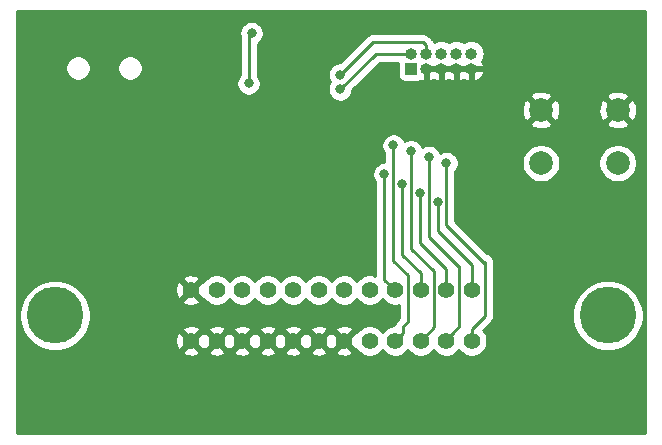
<source format=gbr>
G04 #@! TF.GenerationSoftware,KiCad,Pcbnew,(5.1.2-1)-1*
G04 #@! TF.CreationDate,2019-10-02T20:40:30+01:00*
G04 #@! TF.ProjectId,GPIB Serial Adapter,47504942-2053-4657-9269-616c20416461,rev?*
G04 #@! TF.SameCoordinates,Original*
G04 #@! TF.FileFunction,Copper,L2,Bot*
G04 #@! TF.FilePolarity,Positive*
%FSLAX46Y46*%
G04 Gerber Fmt 4.6, Leading zero omitted, Abs format (unit mm)*
G04 Created by KiCad (PCBNEW (5.1.2-1)-1) date 2019-10-02 20:40:30*
%MOMM*%
%LPD*%
G04 APERTURE LIST*
%ADD10C,2.000000*%
%ADD11R,1.000000X1.000000*%
%ADD12O,1.000000X1.000000*%
%ADD13C,1.390000*%
%ADD14C,4.800000*%
%ADD15C,0.800000*%
%ADD16C,0.254000*%
G04 APERTURE END LIST*
D10*
X124000000Y-9750000D03*
X124000000Y-14250000D03*
X117500000Y-9750000D03*
X117500000Y-14250000D03*
D11*
X106500000Y-6250000D03*
D12*
X106500000Y-4980000D03*
X107770000Y-6250000D03*
X107770000Y-4980000D03*
X109040000Y-6250000D03*
X109040000Y-4980000D03*
X110310000Y-6250000D03*
X110310000Y-4980000D03*
X111580000Y-6250000D03*
X111580000Y-4980000D03*
D13*
X111630000Y-25005000D03*
X111630000Y-29295000D03*
X109470000Y-25005000D03*
X109470000Y-29295000D03*
X107310000Y-25005000D03*
X107310000Y-29295000D03*
X105150000Y-25005000D03*
X105150000Y-29295000D03*
X102990000Y-25005000D03*
X102990000Y-29295000D03*
X100830000Y-25005000D03*
X100830000Y-29295000D03*
X98670000Y-25005000D03*
X98670000Y-29295000D03*
X96510000Y-25005000D03*
X96510000Y-29295000D03*
X94350000Y-25005000D03*
X94350000Y-29295000D03*
X92190000Y-25005000D03*
X92190000Y-29295000D03*
X90030000Y-25005000D03*
X90030000Y-29295000D03*
X87870000Y-25005000D03*
X87870000Y-29295000D03*
D14*
X76355000Y-27150000D03*
X123145000Y-27150000D03*
D15*
X108750000Y-17500000D03*
X107250000Y-16750000D03*
X105750000Y-16000000D03*
X104250000Y-15179410D03*
X80250000Y-19000000D03*
X79250000Y-19000000D03*
X78250000Y-19000000D03*
X94750000Y-17250000D03*
X97250000Y-17250000D03*
X100000000Y-13250000D03*
X99654000Y-5654000D03*
X109500000Y-14250000D03*
X108000000Y-13750000D03*
X106500000Y-13250000D03*
X105000000Y-12750000D03*
X100498000Y-7998000D03*
X100500000Y-6750000D03*
X93000000Y-3250000D03*
X92750000Y-7500000D03*
D16*
X108750000Y-20000000D02*
X108750000Y-17500000D01*
X111620000Y-22870000D02*
X108750000Y-20000000D01*
X111630000Y-22870000D02*
X111620000Y-22870000D01*
X111630000Y-25005000D02*
X111630000Y-22870000D01*
X107250000Y-21000000D02*
X107250000Y-16750000D01*
X109470000Y-23220000D02*
X107250000Y-21000000D01*
X109470000Y-25005000D02*
X109470000Y-23220000D01*
X107310000Y-23560000D02*
X105750000Y-22000000D01*
X107310000Y-25005000D02*
X107310000Y-23560000D01*
X105750000Y-22000000D02*
X105750000Y-16000000D01*
X104250000Y-15745095D02*
X104250000Y-15179410D01*
X105150000Y-25005000D02*
X104250000Y-24105000D01*
X104250000Y-24105000D02*
X104250000Y-15745095D01*
X111630000Y-28312122D02*
X112750000Y-27192122D01*
X111630000Y-29295000D02*
X111630000Y-28312122D01*
X112750000Y-22750000D02*
X112750000Y-22600000D01*
X112750000Y-27192122D02*
X112750000Y-22750000D01*
X109500000Y-19500000D02*
X112750000Y-22750000D01*
X109500000Y-14250000D02*
X109500000Y-19500000D01*
X108000000Y-20500000D02*
X108000000Y-13750000D01*
X110550000Y-23000000D02*
X110500000Y-23000000D01*
X110550000Y-28050000D02*
X110550000Y-23000000D01*
X110500000Y-23000000D02*
X108000000Y-20500000D01*
X109470000Y-29295000D02*
X110550000Y-28050000D01*
X107310000Y-29295000D02*
X108400000Y-28150000D01*
X106500000Y-21500000D02*
X106500000Y-13500000D01*
X106500000Y-21500000D02*
X108400000Y-23400000D01*
X108400000Y-28150000D02*
X108400000Y-23400000D01*
X105000000Y-17250000D02*
X105000000Y-12750000D01*
X105000000Y-22500000D02*
X105000000Y-17250000D01*
X106250000Y-23750000D02*
X105000000Y-22500000D01*
X106250000Y-27700000D02*
X106250000Y-23750000D01*
X105844999Y-28055001D02*
X106250000Y-27700000D01*
X105844999Y-28600001D02*
X105844999Y-28055001D01*
X105150000Y-29295000D02*
X105844999Y-28600001D01*
X103516000Y-4980000D02*
X100498000Y-7998000D01*
X106500000Y-4980000D02*
X103516000Y-4980000D01*
X107770000Y-4272894D02*
X107497106Y-4000000D01*
X107770000Y-4980000D02*
X107770000Y-4272894D01*
X103250000Y-4000000D02*
X100500000Y-6750000D01*
X107497106Y-4000000D02*
X103250000Y-4000000D01*
X92750000Y-3750000D02*
X92750000Y-7500000D01*
X93000000Y-3250000D02*
X92750000Y-3500000D01*
X92750000Y-3500000D02*
X92750000Y-3750000D01*
G36*
X126340000Y-37090000D02*
G01*
X73160000Y-37090000D01*
X73160000Y-30212695D01*
X87131910Y-30212695D01*
X87190763Y-30445955D01*
X87428355Y-30556352D01*
X87682919Y-30618276D01*
X87944672Y-30629347D01*
X88203556Y-30589140D01*
X88449621Y-30499200D01*
X88549237Y-30445955D01*
X88608090Y-30212695D01*
X89291910Y-30212695D01*
X89350763Y-30445955D01*
X89588355Y-30556352D01*
X89842919Y-30618276D01*
X90104672Y-30629347D01*
X90363556Y-30589140D01*
X90609621Y-30499200D01*
X90709237Y-30445955D01*
X90768090Y-30212695D01*
X91451910Y-30212695D01*
X91510763Y-30445955D01*
X91748355Y-30556352D01*
X92002919Y-30618276D01*
X92264672Y-30629347D01*
X92523556Y-30589140D01*
X92769621Y-30499200D01*
X92869237Y-30445955D01*
X92928090Y-30212695D01*
X93611910Y-30212695D01*
X93670763Y-30445955D01*
X93908355Y-30556352D01*
X94162919Y-30618276D01*
X94424672Y-30629347D01*
X94683556Y-30589140D01*
X94929621Y-30499200D01*
X95029237Y-30445955D01*
X95088090Y-30212695D01*
X95771910Y-30212695D01*
X95830763Y-30445955D01*
X96068355Y-30556352D01*
X96322919Y-30618276D01*
X96584672Y-30629347D01*
X96843556Y-30589140D01*
X97089621Y-30499200D01*
X97189237Y-30445955D01*
X97248090Y-30212695D01*
X97931910Y-30212695D01*
X97990763Y-30445955D01*
X98228355Y-30556352D01*
X98482919Y-30618276D01*
X98744672Y-30629347D01*
X99003556Y-30589140D01*
X99249621Y-30499200D01*
X99349237Y-30445955D01*
X99408090Y-30212695D01*
X100091910Y-30212695D01*
X100150763Y-30445955D01*
X100388355Y-30556352D01*
X100642919Y-30618276D01*
X100904672Y-30629347D01*
X101163556Y-30589140D01*
X101409621Y-30499200D01*
X101509237Y-30445955D01*
X101568090Y-30212695D01*
X100830000Y-29474605D01*
X100091910Y-30212695D01*
X99408090Y-30212695D01*
X98670000Y-29474605D01*
X97931910Y-30212695D01*
X97248090Y-30212695D01*
X96510000Y-29474605D01*
X95771910Y-30212695D01*
X95088090Y-30212695D01*
X94350000Y-29474605D01*
X93611910Y-30212695D01*
X92928090Y-30212695D01*
X92190000Y-29474605D01*
X91451910Y-30212695D01*
X90768090Y-30212695D01*
X90030000Y-29474605D01*
X89291910Y-30212695D01*
X88608090Y-30212695D01*
X87870000Y-29474605D01*
X87131910Y-30212695D01*
X73160000Y-30212695D01*
X73160000Y-26851079D01*
X73320000Y-26851079D01*
X73320000Y-27448921D01*
X73436633Y-28035277D01*
X73665418Y-28587612D01*
X73997562Y-29084700D01*
X74420300Y-29507438D01*
X74917388Y-29839582D01*
X75469723Y-30068367D01*
X76056079Y-30185000D01*
X76653921Y-30185000D01*
X77240277Y-30068367D01*
X77792612Y-29839582D01*
X78289700Y-29507438D01*
X78427466Y-29369672D01*
X86535653Y-29369672D01*
X86575860Y-29628556D01*
X86665800Y-29874621D01*
X86719045Y-29974237D01*
X86952305Y-30033090D01*
X87690395Y-29295000D01*
X88049605Y-29295000D01*
X88787695Y-30033090D01*
X88950000Y-29992139D01*
X89112305Y-30033090D01*
X89850395Y-29295000D01*
X90209605Y-29295000D01*
X90947695Y-30033090D01*
X91110000Y-29992139D01*
X91272305Y-30033090D01*
X92010395Y-29295000D01*
X92369605Y-29295000D01*
X93107695Y-30033090D01*
X93270000Y-29992139D01*
X93432305Y-30033090D01*
X94170395Y-29295000D01*
X94529605Y-29295000D01*
X95267695Y-30033090D01*
X95430000Y-29992139D01*
X95592305Y-30033090D01*
X96330395Y-29295000D01*
X96689605Y-29295000D01*
X97427695Y-30033090D01*
X97590000Y-29992139D01*
X97752305Y-30033090D01*
X98490395Y-29295000D01*
X98849605Y-29295000D01*
X99587695Y-30033090D01*
X99750000Y-29992139D01*
X99912305Y-30033090D01*
X100650395Y-29295000D01*
X99912305Y-28556910D01*
X99750000Y-28597861D01*
X99587695Y-28556910D01*
X98849605Y-29295000D01*
X98490395Y-29295000D01*
X97752305Y-28556910D01*
X97590000Y-28597861D01*
X97427695Y-28556910D01*
X96689605Y-29295000D01*
X96330395Y-29295000D01*
X95592305Y-28556910D01*
X95430000Y-28597861D01*
X95267695Y-28556910D01*
X94529605Y-29295000D01*
X94170395Y-29295000D01*
X93432305Y-28556910D01*
X93270000Y-28597861D01*
X93107695Y-28556910D01*
X92369605Y-29295000D01*
X92010395Y-29295000D01*
X91272305Y-28556910D01*
X91110000Y-28597861D01*
X90947695Y-28556910D01*
X90209605Y-29295000D01*
X89850395Y-29295000D01*
X89112305Y-28556910D01*
X88950000Y-28597861D01*
X88787695Y-28556910D01*
X88049605Y-29295000D01*
X87690395Y-29295000D01*
X86952305Y-28556910D01*
X86719045Y-28615763D01*
X86608648Y-28853355D01*
X86546724Y-29107919D01*
X86535653Y-29369672D01*
X78427466Y-29369672D01*
X78712438Y-29084700D01*
X79044582Y-28587612D01*
X79131694Y-28377305D01*
X87131910Y-28377305D01*
X87870000Y-29115395D01*
X88608090Y-28377305D01*
X89291910Y-28377305D01*
X90030000Y-29115395D01*
X90768090Y-28377305D01*
X91451910Y-28377305D01*
X92190000Y-29115395D01*
X92928090Y-28377305D01*
X93611910Y-28377305D01*
X94350000Y-29115395D01*
X95088090Y-28377305D01*
X95771910Y-28377305D01*
X96510000Y-29115395D01*
X97248090Y-28377305D01*
X97931910Y-28377305D01*
X98670000Y-29115395D01*
X99408090Y-28377305D01*
X100091910Y-28377305D01*
X100830000Y-29115395D01*
X101568090Y-28377305D01*
X101509237Y-28144045D01*
X101271645Y-28033648D01*
X101017081Y-27971724D01*
X100755328Y-27960653D01*
X100496444Y-28000860D01*
X100250379Y-28090800D01*
X100150763Y-28144045D01*
X100091910Y-28377305D01*
X99408090Y-28377305D01*
X99349237Y-28144045D01*
X99111645Y-28033648D01*
X98857081Y-27971724D01*
X98595328Y-27960653D01*
X98336444Y-28000860D01*
X98090379Y-28090800D01*
X97990763Y-28144045D01*
X97931910Y-28377305D01*
X97248090Y-28377305D01*
X97189237Y-28144045D01*
X96951645Y-28033648D01*
X96697081Y-27971724D01*
X96435328Y-27960653D01*
X96176444Y-28000860D01*
X95930379Y-28090800D01*
X95830763Y-28144045D01*
X95771910Y-28377305D01*
X95088090Y-28377305D01*
X95029237Y-28144045D01*
X94791645Y-28033648D01*
X94537081Y-27971724D01*
X94275328Y-27960653D01*
X94016444Y-28000860D01*
X93770379Y-28090800D01*
X93670763Y-28144045D01*
X93611910Y-28377305D01*
X92928090Y-28377305D01*
X92869237Y-28144045D01*
X92631645Y-28033648D01*
X92377081Y-27971724D01*
X92115328Y-27960653D01*
X91856444Y-28000860D01*
X91610379Y-28090800D01*
X91510763Y-28144045D01*
X91451910Y-28377305D01*
X90768090Y-28377305D01*
X90709237Y-28144045D01*
X90471645Y-28033648D01*
X90217081Y-27971724D01*
X89955328Y-27960653D01*
X89696444Y-28000860D01*
X89450379Y-28090800D01*
X89350763Y-28144045D01*
X89291910Y-28377305D01*
X88608090Y-28377305D01*
X88549237Y-28144045D01*
X88311645Y-28033648D01*
X88057081Y-27971724D01*
X87795328Y-27960653D01*
X87536444Y-28000860D01*
X87290379Y-28090800D01*
X87190763Y-28144045D01*
X87131910Y-28377305D01*
X79131694Y-28377305D01*
X79273367Y-28035277D01*
X79390000Y-27448921D01*
X79390000Y-26851079D01*
X79273367Y-26264723D01*
X79131695Y-25922695D01*
X87131910Y-25922695D01*
X87190763Y-26155955D01*
X87428355Y-26266352D01*
X87682919Y-26328276D01*
X87944672Y-26339347D01*
X88203556Y-26299140D01*
X88449621Y-26209200D01*
X88549237Y-26155955D01*
X88608090Y-25922695D01*
X87870000Y-25184605D01*
X87131910Y-25922695D01*
X79131695Y-25922695D01*
X79044582Y-25712388D01*
X78712438Y-25215300D01*
X78576810Y-25079672D01*
X86535653Y-25079672D01*
X86575860Y-25338556D01*
X86665800Y-25584621D01*
X86719045Y-25684237D01*
X86952305Y-25743090D01*
X87690395Y-25005000D01*
X88049605Y-25005000D01*
X88787695Y-25743090D01*
X88903993Y-25713747D01*
X88996922Y-25852825D01*
X89182175Y-26038078D01*
X89400009Y-26183630D01*
X89642053Y-26283889D01*
X89899006Y-26335000D01*
X90160994Y-26335000D01*
X90417947Y-26283889D01*
X90659991Y-26183630D01*
X90877825Y-26038078D01*
X91063078Y-25852825D01*
X91110000Y-25782601D01*
X91156922Y-25852825D01*
X91342175Y-26038078D01*
X91560009Y-26183630D01*
X91802053Y-26283889D01*
X92059006Y-26335000D01*
X92320994Y-26335000D01*
X92577947Y-26283889D01*
X92819991Y-26183630D01*
X93037825Y-26038078D01*
X93223078Y-25852825D01*
X93270000Y-25782601D01*
X93316922Y-25852825D01*
X93502175Y-26038078D01*
X93720009Y-26183630D01*
X93962053Y-26283889D01*
X94219006Y-26335000D01*
X94480994Y-26335000D01*
X94737947Y-26283889D01*
X94979991Y-26183630D01*
X95197825Y-26038078D01*
X95383078Y-25852825D01*
X95430000Y-25782601D01*
X95476922Y-25852825D01*
X95662175Y-26038078D01*
X95880009Y-26183630D01*
X96122053Y-26283889D01*
X96379006Y-26335000D01*
X96640994Y-26335000D01*
X96897947Y-26283889D01*
X97139991Y-26183630D01*
X97357825Y-26038078D01*
X97543078Y-25852825D01*
X97590000Y-25782601D01*
X97636922Y-25852825D01*
X97822175Y-26038078D01*
X98040009Y-26183630D01*
X98282053Y-26283889D01*
X98539006Y-26335000D01*
X98800994Y-26335000D01*
X99057947Y-26283889D01*
X99299991Y-26183630D01*
X99517825Y-26038078D01*
X99703078Y-25852825D01*
X99750000Y-25782601D01*
X99796922Y-25852825D01*
X99982175Y-26038078D01*
X100200009Y-26183630D01*
X100442053Y-26283889D01*
X100699006Y-26335000D01*
X100960994Y-26335000D01*
X101217947Y-26283889D01*
X101459991Y-26183630D01*
X101677825Y-26038078D01*
X101863078Y-25852825D01*
X101910000Y-25782601D01*
X101956922Y-25852825D01*
X102142175Y-26038078D01*
X102360009Y-26183630D01*
X102602053Y-26283889D01*
X102859006Y-26335000D01*
X103120994Y-26335000D01*
X103377947Y-26283889D01*
X103619991Y-26183630D01*
X103837825Y-26038078D01*
X104023078Y-25852825D01*
X104070000Y-25782601D01*
X104116922Y-25852825D01*
X104302175Y-26038078D01*
X104520009Y-26183630D01*
X104762053Y-26283889D01*
X105019006Y-26335000D01*
X105280994Y-26335000D01*
X105488000Y-26293824D01*
X105488000Y-27354630D01*
X105352004Y-27473837D01*
X105303578Y-27513579D01*
X105271853Y-27552236D01*
X105237654Y-27588732D01*
X105224340Y-27610131D01*
X105208355Y-27629609D01*
X105184777Y-27673720D01*
X105158360Y-27716179D01*
X105149480Y-27739755D01*
X105137597Y-27761986D01*
X105123075Y-27809857D01*
X105105452Y-27856646D01*
X105101342Y-27881502D01*
X105094025Y-27905623D01*
X105089122Y-27955404D01*
X105087535Y-27965000D01*
X105019006Y-27965000D01*
X104762053Y-28016111D01*
X104520009Y-28116370D01*
X104302175Y-28261922D01*
X104116922Y-28447175D01*
X104070000Y-28517399D01*
X104023078Y-28447175D01*
X103837825Y-28261922D01*
X103619991Y-28116370D01*
X103377947Y-28016111D01*
X103120994Y-27965000D01*
X102859006Y-27965000D01*
X102602053Y-28016111D01*
X102360009Y-28116370D01*
X102142175Y-28261922D01*
X101956922Y-28447175D01*
X101863993Y-28586253D01*
X101747695Y-28556910D01*
X101009605Y-29295000D01*
X101747695Y-30033090D01*
X101863993Y-30003747D01*
X101956922Y-30142825D01*
X102142175Y-30328078D01*
X102360009Y-30473630D01*
X102602053Y-30573889D01*
X102859006Y-30625000D01*
X103120994Y-30625000D01*
X103377947Y-30573889D01*
X103619991Y-30473630D01*
X103837825Y-30328078D01*
X104023078Y-30142825D01*
X104070000Y-30072601D01*
X104116922Y-30142825D01*
X104302175Y-30328078D01*
X104520009Y-30473630D01*
X104762053Y-30573889D01*
X105019006Y-30625000D01*
X105280994Y-30625000D01*
X105537947Y-30573889D01*
X105779991Y-30473630D01*
X105997825Y-30328078D01*
X106183078Y-30142825D01*
X106230000Y-30072601D01*
X106276922Y-30142825D01*
X106462175Y-30328078D01*
X106680009Y-30473630D01*
X106922053Y-30573889D01*
X107179006Y-30625000D01*
X107440994Y-30625000D01*
X107697947Y-30573889D01*
X107939991Y-30473630D01*
X108157825Y-30328078D01*
X108343078Y-30142825D01*
X108390000Y-30072601D01*
X108436922Y-30142825D01*
X108622175Y-30328078D01*
X108840009Y-30473630D01*
X109082053Y-30573889D01*
X109339006Y-30625000D01*
X109600994Y-30625000D01*
X109857947Y-30573889D01*
X110099991Y-30473630D01*
X110317825Y-30328078D01*
X110503078Y-30142825D01*
X110550000Y-30072601D01*
X110596922Y-30142825D01*
X110782175Y-30328078D01*
X111000009Y-30473630D01*
X111242053Y-30573889D01*
X111499006Y-30625000D01*
X111760994Y-30625000D01*
X112017947Y-30573889D01*
X112259991Y-30473630D01*
X112477825Y-30328078D01*
X112663078Y-30142825D01*
X112808630Y-29924991D01*
X112908889Y-29682947D01*
X112960000Y-29425994D01*
X112960000Y-29164006D01*
X112908889Y-28907053D01*
X112808630Y-28665009D01*
X112663078Y-28447175D01*
X112617828Y-28401925D01*
X113262353Y-27757400D01*
X113291422Y-27733544D01*
X113386645Y-27617514D01*
X113457402Y-27485137D01*
X113500974Y-27341500D01*
X113512000Y-27229548D01*
X113512000Y-27229546D01*
X113515686Y-27192123D01*
X113512000Y-27154700D01*
X113512000Y-26851079D01*
X120110000Y-26851079D01*
X120110000Y-27448921D01*
X120226633Y-28035277D01*
X120455418Y-28587612D01*
X120787562Y-29084700D01*
X121210300Y-29507438D01*
X121707388Y-29839582D01*
X122259723Y-30068367D01*
X122846079Y-30185000D01*
X123443921Y-30185000D01*
X124030277Y-30068367D01*
X124582612Y-29839582D01*
X125079700Y-29507438D01*
X125502438Y-29084700D01*
X125834582Y-28587612D01*
X126063367Y-28035277D01*
X126180000Y-27448921D01*
X126180000Y-26851079D01*
X126063367Y-26264723D01*
X125834582Y-25712388D01*
X125502438Y-25215300D01*
X125079700Y-24792562D01*
X124582612Y-24460418D01*
X124030277Y-24231633D01*
X123443921Y-24115000D01*
X122846079Y-24115000D01*
X122259723Y-24231633D01*
X121707388Y-24460418D01*
X121210300Y-24792562D01*
X120787562Y-25215300D01*
X120455418Y-25712388D01*
X120226633Y-26264723D01*
X120110000Y-26851079D01*
X113512000Y-26851079D01*
X113512000Y-22787422D01*
X113515686Y-22749999D01*
X113512000Y-22712574D01*
X113512000Y-22562575D01*
X113500974Y-22450623D01*
X113457402Y-22306986D01*
X113386645Y-22174608D01*
X113291422Y-22058578D01*
X113175392Y-21963355D01*
X113043015Y-21892598D01*
X112938535Y-21860904D01*
X110262000Y-19184370D01*
X110262000Y-14951711D01*
X110303937Y-14909774D01*
X110417205Y-14740256D01*
X110495226Y-14551898D01*
X110535000Y-14351939D01*
X110535000Y-14148061D01*
X110523246Y-14088967D01*
X115865000Y-14088967D01*
X115865000Y-14411033D01*
X115927832Y-14726912D01*
X116051082Y-15024463D01*
X116230013Y-15292252D01*
X116457748Y-15519987D01*
X116725537Y-15698918D01*
X117023088Y-15822168D01*
X117338967Y-15885000D01*
X117661033Y-15885000D01*
X117976912Y-15822168D01*
X118274463Y-15698918D01*
X118542252Y-15519987D01*
X118769987Y-15292252D01*
X118948918Y-15024463D01*
X119072168Y-14726912D01*
X119135000Y-14411033D01*
X119135000Y-14088967D01*
X122365000Y-14088967D01*
X122365000Y-14411033D01*
X122427832Y-14726912D01*
X122551082Y-15024463D01*
X122730013Y-15292252D01*
X122957748Y-15519987D01*
X123225537Y-15698918D01*
X123523088Y-15822168D01*
X123838967Y-15885000D01*
X124161033Y-15885000D01*
X124476912Y-15822168D01*
X124774463Y-15698918D01*
X125042252Y-15519987D01*
X125269987Y-15292252D01*
X125448918Y-15024463D01*
X125572168Y-14726912D01*
X125635000Y-14411033D01*
X125635000Y-14088967D01*
X125572168Y-13773088D01*
X125448918Y-13475537D01*
X125269987Y-13207748D01*
X125042252Y-12980013D01*
X124774463Y-12801082D01*
X124476912Y-12677832D01*
X124161033Y-12615000D01*
X123838967Y-12615000D01*
X123523088Y-12677832D01*
X123225537Y-12801082D01*
X122957748Y-12980013D01*
X122730013Y-13207748D01*
X122551082Y-13475537D01*
X122427832Y-13773088D01*
X122365000Y-14088967D01*
X119135000Y-14088967D01*
X119072168Y-13773088D01*
X118948918Y-13475537D01*
X118769987Y-13207748D01*
X118542252Y-12980013D01*
X118274463Y-12801082D01*
X117976912Y-12677832D01*
X117661033Y-12615000D01*
X117338967Y-12615000D01*
X117023088Y-12677832D01*
X116725537Y-12801082D01*
X116457748Y-12980013D01*
X116230013Y-13207748D01*
X116051082Y-13475537D01*
X115927832Y-13773088D01*
X115865000Y-14088967D01*
X110523246Y-14088967D01*
X110495226Y-13948102D01*
X110417205Y-13759744D01*
X110303937Y-13590226D01*
X110159774Y-13446063D01*
X109990256Y-13332795D01*
X109801898Y-13254774D01*
X109601939Y-13215000D01*
X109398061Y-13215000D01*
X109198102Y-13254774D01*
X109009744Y-13332795D01*
X108960965Y-13365388D01*
X108917205Y-13259744D01*
X108803937Y-13090226D01*
X108659774Y-12946063D01*
X108490256Y-12832795D01*
X108301898Y-12754774D01*
X108101939Y-12715000D01*
X107898061Y-12715000D01*
X107698102Y-12754774D01*
X107509744Y-12832795D01*
X107460965Y-12865388D01*
X107417205Y-12759744D01*
X107303937Y-12590226D01*
X107159774Y-12446063D01*
X106990256Y-12332795D01*
X106801898Y-12254774D01*
X106601939Y-12215000D01*
X106398061Y-12215000D01*
X106198102Y-12254774D01*
X106009744Y-12332795D01*
X105960965Y-12365388D01*
X105917205Y-12259744D01*
X105803937Y-12090226D01*
X105659774Y-11946063D01*
X105490256Y-11832795D01*
X105301898Y-11754774D01*
X105101939Y-11715000D01*
X104898061Y-11715000D01*
X104698102Y-11754774D01*
X104509744Y-11832795D01*
X104340226Y-11946063D01*
X104196063Y-12090226D01*
X104082795Y-12259744D01*
X104004774Y-12448102D01*
X103965000Y-12648061D01*
X103965000Y-12851939D01*
X104004774Y-13051898D01*
X104082795Y-13240256D01*
X104196063Y-13409774D01*
X104238001Y-13451712D01*
X104238001Y-14144410D01*
X104148061Y-14144410D01*
X103948102Y-14184184D01*
X103759744Y-14262205D01*
X103590226Y-14375473D01*
X103446063Y-14519636D01*
X103332795Y-14689154D01*
X103254774Y-14877512D01*
X103215000Y-15077471D01*
X103215000Y-15281349D01*
X103254774Y-15481308D01*
X103332795Y-15669666D01*
X103446063Y-15839184D01*
X103488001Y-15881122D01*
X103488000Y-23771697D01*
X103377947Y-23726111D01*
X103120994Y-23675000D01*
X102859006Y-23675000D01*
X102602053Y-23726111D01*
X102360009Y-23826370D01*
X102142175Y-23971922D01*
X101956922Y-24157175D01*
X101910000Y-24227399D01*
X101863078Y-24157175D01*
X101677825Y-23971922D01*
X101459991Y-23826370D01*
X101217947Y-23726111D01*
X100960994Y-23675000D01*
X100699006Y-23675000D01*
X100442053Y-23726111D01*
X100200009Y-23826370D01*
X99982175Y-23971922D01*
X99796922Y-24157175D01*
X99750000Y-24227399D01*
X99703078Y-24157175D01*
X99517825Y-23971922D01*
X99299991Y-23826370D01*
X99057947Y-23726111D01*
X98800994Y-23675000D01*
X98539006Y-23675000D01*
X98282053Y-23726111D01*
X98040009Y-23826370D01*
X97822175Y-23971922D01*
X97636922Y-24157175D01*
X97590000Y-24227399D01*
X97543078Y-24157175D01*
X97357825Y-23971922D01*
X97139991Y-23826370D01*
X96897947Y-23726111D01*
X96640994Y-23675000D01*
X96379006Y-23675000D01*
X96122053Y-23726111D01*
X95880009Y-23826370D01*
X95662175Y-23971922D01*
X95476922Y-24157175D01*
X95430000Y-24227399D01*
X95383078Y-24157175D01*
X95197825Y-23971922D01*
X94979991Y-23826370D01*
X94737947Y-23726111D01*
X94480994Y-23675000D01*
X94219006Y-23675000D01*
X93962053Y-23726111D01*
X93720009Y-23826370D01*
X93502175Y-23971922D01*
X93316922Y-24157175D01*
X93270000Y-24227399D01*
X93223078Y-24157175D01*
X93037825Y-23971922D01*
X92819991Y-23826370D01*
X92577947Y-23726111D01*
X92320994Y-23675000D01*
X92059006Y-23675000D01*
X91802053Y-23726111D01*
X91560009Y-23826370D01*
X91342175Y-23971922D01*
X91156922Y-24157175D01*
X91110000Y-24227399D01*
X91063078Y-24157175D01*
X90877825Y-23971922D01*
X90659991Y-23826370D01*
X90417947Y-23726111D01*
X90160994Y-23675000D01*
X89899006Y-23675000D01*
X89642053Y-23726111D01*
X89400009Y-23826370D01*
X89182175Y-23971922D01*
X88996922Y-24157175D01*
X88903993Y-24296253D01*
X88787695Y-24266910D01*
X88049605Y-25005000D01*
X87690395Y-25005000D01*
X86952305Y-24266910D01*
X86719045Y-24325763D01*
X86608648Y-24563355D01*
X86546724Y-24817919D01*
X86535653Y-25079672D01*
X78576810Y-25079672D01*
X78289700Y-24792562D01*
X77792612Y-24460418D01*
X77240277Y-24231633D01*
X76653921Y-24115000D01*
X76056079Y-24115000D01*
X75469723Y-24231633D01*
X74917388Y-24460418D01*
X74420300Y-24792562D01*
X73997562Y-25215300D01*
X73665418Y-25712388D01*
X73436633Y-26264723D01*
X73320000Y-26851079D01*
X73160000Y-26851079D01*
X73160000Y-24087305D01*
X87131910Y-24087305D01*
X87870000Y-24825395D01*
X88608090Y-24087305D01*
X88549237Y-23854045D01*
X88311645Y-23743648D01*
X88057081Y-23681724D01*
X87795328Y-23670653D01*
X87536444Y-23710860D01*
X87290379Y-23800800D01*
X87190763Y-23854045D01*
X87131910Y-24087305D01*
X73160000Y-24087305D01*
X73160000Y-10885413D01*
X116544192Y-10885413D01*
X116639956Y-11149814D01*
X116929571Y-11290704D01*
X117241108Y-11372384D01*
X117562595Y-11391718D01*
X117881675Y-11347961D01*
X118186088Y-11242795D01*
X118360044Y-11149814D01*
X118455808Y-10885413D01*
X123044192Y-10885413D01*
X123139956Y-11149814D01*
X123429571Y-11290704D01*
X123741108Y-11372384D01*
X124062595Y-11391718D01*
X124381675Y-11347961D01*
X124686088Y-11242795D01*
X124860044Y-11149814D01*
X124955808Y-10885413D01*
X124000000Y-9929605D01*
X123044192Y-10885413D01*
X118455808Y-10885413D01*
X117500000Y-9929605D01*
X116544192Y-10885413D01*
X73160000Y-10885413D01*
X73160000Y-9812595D01*
X115858282Y-9812595D01*
X115902039Y-10131675D01*
X116007205Y-10436088D01*
X116100186Y-10610044D01*
X116364587Y-10705808D01*
X117320395Y-9750000D01*
X117679605Y-9750000D01*
X118635413Y-10705808D01*
X118899814Y-10610044D01*
X119040704Y-10320429D01*
X119122384Y-10008892D01*
X119134189Y-9812595D01*
X122358282Y-9812595D01*
X122402039Y-10131675D01*
X122507205Y-10436088D01*
X122600186Y-10610044D01*
X122864587Y-10705808D01*
X123820395Y-9750000D01*
X124179605Y-9750000D01*
X125135413Y-10705808D01*
X125399814Y-10610044D01*
X125540704Y-10320429D01*
X125622384Y-10008892D01*
X125641718Y-9687405D01*
X125597961Y-9368325D01*
X125492795Y-9063912D01*
X125399814Y-8889956D01*
X125135413Y-8794192D01*
X124179605Y-9750000D01*
X123820395Y-9750000D01*
X122864587Y-8794192D01*
X122600186Y-8889956D01*
X122459296Y-9179571D01*
X122377616Y-9491108D01*
X122358282Y-9812595D01*
X119134189Y-9812595D01*
X119141718Y-9687405D01*
X119097961Y-9368325D01*
X118992795Y-9063912D01*
X118899814Y-8889956D01*
X118635413Y-8794192D01*
X117679605Y-9750000D01*
X117320395Y-9750000D01*
X116364587Y-8794192D01*
X116100186Y-8889956D01*
X115959296Y-9179571D01*
X115877616Y-9491108D01*
X115858282Y-9812595D01*
X73160000Y-9812595D01*
X73160000Y-7398061D01*
X91715000Y-7398061D01*
X91715000Y-7601939D01*
X91754774Y-7801898D01*
X91832795Y-7990256D01*
X91946063Y-8159774D01*
X92090226Y-8303937D01*
X92259744Y-8417205D01*
X92448102Y-8495226D01*
X92648061Y-8535000D01*
X92851939Y-8535000D01*
X93051898Y-8495226D01*
X93240256Y-8417205D01*
X93409774Y-8303937D01*
X93553937Y-8159774D01*
X93667205Y-7990256D01*
X93706222Y-7896061D01*
X99463000Y-7896061D01*
X99463000Y-8099939D01*
X99502774Y-8299898D01*
X99580795Y-8488256D01*
X99694063Y-8657774D01*
X99838226Y-8801937D01*
X100007744Y-8915205D01*
X100196102Y-8993226D01*
X100396061Y-9033000D01*
X100599939Y-9033000D01*
X100799898Y-8993226D01*
X100988256Y-8915205D01*
X101157774Y-8801937D01*
X101301937Y-8657774D01*
X101330793Y-8614587D01*
X116544192Y-8614587D01*
X117500000Y-9570395D01*
X118455808Y-8614587D01*
X123044192Y-8614587D01*
X124000000Y-9570395D01*
X124955808Y-8614587D01*
X124860044Y-8350186D01*
X124570429Y-8209296D01*
X124258892Y-8127616D01*
X123937405Y-8108282D01*
X123618325Y-8152039D01*
X123313912Y-8257205D01*
X123139956Y-8350186D01*
X123044192Y-8614587D01*
X118455808Y-8614587D01*
X118360044Y-8350186D01*
X118070429Y-8209296D01*
X117758892Y-8127616D01*
X117437405Y-8108282D01*
X117118325Y-8152039D01*
X116813912Y-8257205D01*
X116639956Y-8350186D01*
X116544192Y-8614587D01*
X101330793Y-8614587D01*
X101415205Y-8488256D01*
X101493226Y-8299898D01*
X101533000Y-8099939D01*
X101533000Y-8040630D01*
X103831630Y-5742000D01*
X105362716Y-5742000D01*
X105361928Y-5750000D01*
X105361928Y-6750000D01*
X105374188Y-6874482D01*
X105410498Y-6994180D01*
X105469463Y-7104494D01*
X105548815Y-7201185D01*
X105645506Y-7280537D01*
X105755820Y-7339502D01*
X105875518Y-7375812D01*
X106000000Y-7388072D01*
X107000000Y-7388072D01*
X107124482Y-7375812D01*
X107244180Y-7339502D01*
X107333180Y-7291930D01*
X107413136Y-7327446D01*
X107468126Y-7344119D01*
X107643000Y-7217954D01*
X107643000Y-6377000D01*
X107897000Y-6377000D01*
X107897000Y-7217954D01*
X108071874Y-7344119D01*
X108126864Y-7327446D01*
X108330206Y-7237123D01*
X108405000Y-7184361D01*
X108479794Y-7237123D01*
X108683136Y-7327446D01*
X108738126Y-7344119D01*
X108913000Y-7217954D01*
X108913000Y-6377000D01*
X109167000Y-6377000D01*
X109167000Y-7217954D01*
X109341874Y-7344119D01*
X109396864Y-7327446D01*
X109600206Y-7237123D01*
X109675000Y-7184361D01*
X109749794Y-7237123D01*
X109953136Y-7327446D01*
X110008126Y-7344119D01*
X110183000Y-7217954D01*
X110183000Y-6377000D01*
X110437000Y-6377000D01*
X110437000Y-7217954D01*
X110611874Y-7344119D01*
X110666864Y-7327446D01*
X110870206Y-7237123D01*
X110945000Y-7184361D01*
X111019794Y-7237123D01*
X111223136Y-7327446D01*
X111278126Y-7344119D01*
X111453000Y-7217954D01*
X111453000Y-6377000D01*
X111707000Y-6377000D01*
X111707000Y-7217954D01*
X111881874Y-7344119D01*
X111936864Y-7327446D01*
X112140206Y-7237123D01*
X112322020Y-7108865D01*
X112475318Y-6947601D01*
X112594210Y-6759529D01*
X112674126Y-6551876D01*
X112549129Y-6377000D01*
X111707000Y-6377000D01*
X111453000Y-6377000D01*
X110437000Y-6377000D01*
X110183000Y-6377000D01*
X109167000Y-6377000D01*
X108913000Y-6377000D01*
X107897000Y-6377000D01*
X107643000Y-6377000D01*
X107638072Y-6377000D01*
X107638072Y-6123000D01*
X107643000Y-6123000D01*
X107643000Y-6107983D01*
X107714248Y-6115000D01*
X107825752Y-6115000D01*
X107897000Y-6107983D01*
X107897000Y-6123000D01*
X108913000Y-6123000D01*
X108913000Y-6107983D01*
X108984248Y-6115000D01*
X109095752Y-6115000D01*
X109167000Y-6107983D01*
X109167000Y-6123000D01*
X110183000Y-6123000D01*
X110183000Y-6107983D01*
X110254248Y-6115000D01*
X110365752Y-6115000D01*
X110437000Y-6107983D01*
X110437000Y-6123000D01*
X111453000Y-6123000D01*
X111453000Y-6107983D01*
X111524248Y-6115000D01*
X111635752Y-6115000D01*
X111707000Y-6107983D01*
X111707000Y-6123000D01*
X112549129Y-6123000D01*
X112674126Y-5948124D01*
X112594210Y-5740471D01*
X112520227Y-5623440D01*
X112528284Y-5613623D01*
X112633676Y-5416447D01*
X112698577Y-5202499D01*
X112720491Y-4980000D01*
X112698577Y-4757501D01*
X112633676Y-4543553D01*
X112528284Y-4346377D01*
X112386449Y-4173551D01*
X112213623Y-4031716D01*
X112016447Y-3926324D01*
X111802499Y-3861423D01*
X111635752Y-3845000D01*
X111524248Y-3845000D01*
X111357501Y-3861423D01*
X111143553Y-3926324D01*
X110946377Y-4031716D01*
X110945000Y-4032846D01*
X110943623Y-4031716D01*
X110746447Y-3926324D01*
X110532499Y-3861423D01*
X110365752Y-3845000D01*
X110254248Y-3845000D01*
X110087501Y-3861423D01*
X109873553Y-3926324D01*
X109676377Y-4031716D01*
X109675000Y-4032846D01*
X109673623Y-4031716D01*
X109476447Y-3926324D01*
X109262499Y-3861423D01*
X109095752Y-3845000D01*
X108984248Y-3845000D01*
X108817501Y-3861423D01*
X108603553Y-3926324D01*
X108481023Y-3991817D01*
X108477402Y-3979879D01*
X108406645Y-3847502D01*
X108311422Y-3731472D01*
X108282346Y-3707610D01*
X108062390Y-3487654D01*
X108038528Y-3458578D01*
X107922498Y-3363355D01*
X107790121Y-3292598D01*
X107646484Y-3249026D01*
X107534532Y-3238000D01*
X107534529Y-3238000D01*
X107497106Y-3234314D01*
X107459683Y-3238000D01*
X103287422Y-3238000D01*
X103249999Y-3234314D01*
X103212576Y-3238000D01*
X103212574Y-3238000D01*
X103100622Y-3249026D01*
X102956985Y-3292598D01*
X102824608Y-3363355D01*
X102708578Y-3458578D01*
X102684721Y-3487648D01*
X100457370Y-5715000D01*
X100398061Y-5715000D01*
X100198102Y-5754774D01*
X100009744Y-5832795D01*
X99840226Y-5946063D01*
X99696063Y-6090226D01*
X99582795Y-6259744D01*
X99504774Y-6448102D01*
X99465000Y-6648061D01*
X99465000Y-6851939D01*
X99504774Y-7051898D01*
X99582795Y-7240256D01*
X99671160Y-7372503D01*
X99580795Y-7507744D01*
X99502774Y-7696102D01*
X99463000Y-7896061D01*
X93706222Y-7896061D01*
X93745226Y-7801898D01*
X93785000Y-7601939D01*
X93785000Y-7398061D01*
X93745226Y-7198102D01*
X93667205Y-7009744D01*
X93553937Y-6840226D01*
X93512000Y-6798289D01*
X93512000Y-4152676D01*
X93659774Y-4053937D01*
X93803937Y-3909774D01*
X93917205Y-3740256D01*
X93995226Y-3551898D01*
X94035000Y-3351939D01*
X94035000Y-3148061D01*
X93995226Y-2948102D01*
X93917205Y-2759744D01*
X93803937Y-2590226D01*
X93659774Y-2446063D01*
X93490256Y-2332795D01*
X93301898Y-2254774D01*
X93101939Y-2215000D01*
X92898061Y-2215000D01*
X92698102Y-2254774D01*
X92509744Y-2332795D01*
X92340226Y-2446063D01*
X92196063Y-2590226D01*
X92082795Y-2759744D01*
X92004774Y-2948102D01*
X91965000Y-3148061D01*
X91965000Y-3351939D01*
X91987671Y-3465916D01*
X91984314Y-3500000D01*
X91988000Y-3537423D01*
X91988000Y-3712575D01*
X91988001Y-6798288D01*
X91946063Y-6840226D01*
X91832795Y-7009744D01*
X91754774Y-7198102D01*
X91715000Y-7398061D01*
X73160000Y-7398061D01*
X73160000Y-6093137D01*
X77215000Y-6093137D01*
X77215000Y-6306863D01*
X77256696Y-6516483D01*
X77338485Y-6713940D01*
X77457225Y-6891647D01*
X77608353Y-7042775D01*
X77786060Y-7161515D01*
X77983517Y-7243304D01*
X78193137Y-7285000D01*
X78406863Y-7285000D01*
X78616483Y-7243304D01*
X78813940Y-7161515D01*
X78991647Y-7042775D01*
X79142775Y-6891647D01*
X79261515Y-6713940D01*
X79343304Y-6516483D01*
X79385000Y-6306863D01*
X79385000Y-6093137D01*
X81615000Y-6093137D01*
X81615000Y-6306863D01*
X81656696Y-6516483D01*
X81738485Y-6713940D01*
X81857225Y-6891647D01*
X82008353Y-7042775D01*
X82186060Y-7161515D01*
X82383517Y-7243304D01*
X82593137Y-7285000D01*
X82806863Y-7285000D01*
X83016483Y-7243304D01*
X83213940Y-7161515D01*
X83391647Y-7042775D01*
X83542775Y-6891647D01*
X83661515Y-6713940D01*
X83743304Y-6516483D01*
X83785000Y-6306863D01*
X83785000Y-6093137D01*
X83743304Y-5883517D01*
X83661515Y-5686060D01*
X83542775Y-5508353D01*
X83391647Y-5357225D01*
X83213940Y-5238485D01*
X83016483Y-5156696D01*
X82806863Y-5115000D01*
X82593137Y-5115000D01*
X82383517Y-5156696D01*
X82186060Y-5238485D01*
X82008353Y-5357225D01*
X81857225Y-5508353D01*
X81738485Y-5686060D01*
X81656696Y-5883517D01*
X81615000Y-6093137D01*
X79385000Y-6093137D01*
X79343304Y-5883517D01*
X79261515Y-5686060D01*
X79142775Y-5508353D01*
X78991647Y-5357225D01*
X78813940Y-5238485D01*
X78616483Y-5156696D01*
X78406863Y-5115000D01*
X78193137Y-5115000D01*
X77983517Y-5156696D01*
X77786060Y-5238485D01*
X77608353Y-5357225D01*
X77457225Y-5508353D01*
X77338485Y-5686060D01*
X77256696Y-5883517D01*
X77215000Y-6093137D01*
X73160000Y-6093137D01*
X73160000Y-1410000D01*
X126340001Y-1410000D01*
X126340000Y-37090000D01*
X126340000Y-37090000D01*
G37*
X126340000Y-37090000D02*
X73160000Y-37090000D01*
X73160000Y-30212695D01*
X87131910Y-30212695D01*
X87190763Y-30445955D01*
X87428355Y-30556352D01*
X87682919Y-30618276D01*
X87944672Y-30629347D01*
X88203556Y-30589140D01*
X88449621Y-30499200D01*
X88549237Y-30445955D01*
X88608090Y-30212695D01*
X89291910Y-30212695D01*
X89350763Y-30445955D01*
X89588355Y-30556352D01*
X89842919Y-30618276D01*
X90104672Y-30629347D01*
X90363556Y-30589140D01*
X90609621Y-30499200D01*
X90709237Y-30445955D01*
X90768090Y-30212695D01*
X91451910Y-30212695D01*
X91510763Y-30445955D01*
X91748355Y-30556352D01*
X92002919Y-30618276D01*
X92264672Y-30629347D01*
X92523556Y-30589140D01*
X92769621Y-30499200D01*
X92869237Y-30445955D01*
X92928090Y-30212695D01*
X93611910Y-30212695D01*
X93670763Y-30445955D01*
X93908355Y-30556352D01*
X94162919Y-30618276D01*
X94424672Y-30629347D01*
X94683556Y-30589140D01*
X94929621Y-30499200D01*
X95029237Y-30445955D01*
X95088090Y-30212695D01*
X95771910Y-30212695D01*
X95830763Y-30445955D01*
X96068355Y-30556352D01*
X96322919Y-30618276D01*
X96584672Y-30629347D01*
X96843556Y-30589140D01*
X97089621Y-30499200D01*
X97189237Y-30445955D01*
X97248090Y-30212695D01*
X97931910Y-30212695D01*
X97990763Y-30445955D01*
X98228355Y-30556352D01*
X98482919Y-30618276D01*
X98744672Y-30629347D01*
X99003556Y-30589140D01*
X99249621Y-30499200D01*
X99349237Y-30445955D01*
X99408090Y-30212695D01*
X100091910Y-30212695D01*
X100150763Y-30445955D01*
X100388355Y-30556352D01*
X100642919Y-30618276D01*
X100904672Y-30629347D01*
X101163556Y-30589140D01*
X101409621Y-30499200D01*
X101509237Y-30445955D01*
X101568090Y-30212695D01*
X100830000Y-29474605D01*
X100091910Y-30212695D01*
X99408090Y-30212695D01*
X98670000Y-29474605D01*
X97931910Y-30212695D01*
X97248090Y-30212695D01*
X96510000Y-29474605D01*
X95771910Y-30212695D01*
X95088090Y-30212695D01*
X94350000Y-29474605D01*
X93611910Y-30212695D01*
X92928090Y-30212695D01*
X92190000Y-29474605D01*
X91451910Y-30212695D01*
X90768090Y-30212695D01*
X90030000Y-29474605D01*
X89291910Y-30212695D01*
X88608090Y-30212695D01*
X87870000Y-29474605D01*
X87131910Y-30212695D01*
X73160000Y-30212695D01*
X73160000Y-26851079D01*
X73320000Y-26851079D01*
X73320000Y-27448921D01*
X73436633Y-28035277D01*
X73665418Y-28587612D01*
X73997562Y-29084700D01*
X74420300Y-29507438D01*
X74917388Y-29839582D01*
X75469723Y-30068367D01*
X76056079Y-30185000D01*
X76653921Y-30185000D01*
X77240277Y-30068367D01*
X77792612Y-29839582D01*
X78289700Y-29507438D01*
X78427466Y-29369672D01*
X86535653Y-29369672D01*
X86575860Y-29628556D01*
X86665800Y-29874621D01*
X86719045Y-29974237D01*
X86952305Y-30033090D01*
X87690395Y-29295000D01*
X88049605Y-29295000D01*
X88787695Y-30033090D01*
X88950000Y-29992139D01*
X89112305Y-30033090D01*
X89850395Y-29295000D01*
X90209605Y-29295000D01*
X90947695Y-30033090D01*
X91110000Y-29992139D01*
X91272305Y-30033090D01*
X92010395Y-29295000D01*
X92369605Y-29295000D01*
X93107695Y-30033090D01*
X93270000Y-29992139D01*
X93432305Y-30033090D01*
X94170395Y-29295000D01*
X94529605Y-29295000D01*
X95267695Y-30033090D01*
X95430000Y-29992139D01*
X95592305Y-30033090D01*
X96330395Y-29295000D01*
X96689605Y-29295000D01*
X97427695Y-30033090D01*
X97590000Y-29992139D01*
X97752305Y-30033090D01*
X98490395Y-29295000D01*
X98849605Y-29295000D01*
X99587695Y-30033090D01*
X99750000Y-29992139D01*
X99912305Y-30033090D01*
X100650395Y-29295000D01*
X99912305Y-28556910D01*
X99750000Y-28597861D01*
X99587695Y-28556910D01*
X98849605Y-29295000D01*
X98490395Y-29295000D01*
X97752305Y-28556910D01*
X97590000Y-28597861D01*
X97427695Y-28556910D01*
X96689605Y-29295000D01*
X96330395Y-29295000D01*
X95592305Y-28556910D01*
X95430000Y-28597861D01*
X95267695Y-28556910D01*
X94529605Y-29295000D01*
X94170395Y-29295000D01*
X93432305Y-28556910D01*
X93270000Y-28597861D01*
X93107695Y-28556910D01*
X92369605Y-29295000D01*
X92010395Y-29295000D01*
X91272305Y-28556910D01*
X91110000Y-28597861D01*
X90947695Y-28556910D01*
X90209605Y-29295000D01*
X89850395Y-29295000D01*
X89112305Y-28556910D01*
X88950000Y-28597861D01*
X88787695Y-28556910D01*
X88049605Y-29295000D01*
X87690395Y-29295000D01*
X86952305Y-28556910D01*
X86719045Y-28615763D01*
X86608648Y-28853355D01*
X86546724Y-29107919D01*
X86535653Y-29369672D01*
X78427466Y-29369672D01*
X78712438Y-29084700D01*
X79044582Y-28587612D01*
X79131694Y-28377305D01*
X87131910Y-28377305D01*
X87870000Y-29115395D01*
X88608090Y-28377305D01*
X89291910Y-28377305D01*
X90030000Y-29115395D01*
X90768090Y-28377305D01*
X91451910Y-28377305D01*
X92190000Y-29115395D01*
X92928090Y-28377305D01*
X93611910Y-28377305D01*
X94350000Y-29115395D01*
X95088090Y-28377305D01*
X95771910Y-28377305D01*
X96510000Y-29115395D01*
X97248090Y-28377305D01*
X97931910Y-28377305D01*
X98670000Y-29115395D01*
X99408090Y-28377305D01*
X100091910Y-28377305D01*
X100830000Y-29115395D01*
X101568090Y-28377305D01*
X101509237Y-28144045D01*
X101271645Y-28033648D01*
X101017081Y-27971724D01*
X100755328Y-27960653D01*
X100496444Y-28000860D01*
X100250379Y-28090800D01*
X100150763Y-28144045D01*
X100091910Y-28377305D01*
X99408090Y-28377305D01*
X99349237Y-28144045D01*
X99111645Y-28033648D01*
X98857081Y-27971724D01*
X98595328Y-27960653D01*
X98336444Y-28000860D01*
X98090379Y-28090800D01*
X97990763Y-28144045D01*
X97931910Y-28377305D01*
X97248090Y-28377305D01*
X97189237Y-28144045D01*
X96951645Y-28033648D01*
X96697081Y-27971724D01*
X96435328Y-27960653D01*
X96176444Y-28000860D01*
X95930379Y-28090800D01*
X95830763Y-28144045D01*
X95771910Y-28377305D01*
X95088090Y-28377305D01*
X95029237Y-28144045D01*
X94791645Y-28033648D01*
X94537081Y-27971724D01*
X94275328Y-27960653D01*
X94016444Y-28000860D01*
X93770379Y-28090800D01*
X93670763Y-28144045D01*
X93611910Y-28377305D01*
X92928090Y-28377305D01*
X92869237Y-28144045D01*
X92631645Y-28033648D01*
X92377081Y-27971724D01*
X92115328Y-27960653D01*
X91856444Y-28000860D01*
X91610379Y-28090800D01*
X91510763Y-28144045D01*
X91451910Y-28377305D01*
X90768090Y-28377305D01*
X90709237Y-28144045D01*
X90471645Y-28033648D01*
X90217081Y-27971724D01*
X89955328Y-27960653D01*
X89696444Y-28000860D01*
X89450379Y-28090800D01*
X89350763Y-28144045D01*
X89291910Y-28377305D01*
X88608090Y-28377305D01*
X88549237Y-28144045D01*
X88311645Y-28033648D01*
X88057081Y-27971724D01*
X87795328Y-27960653D01*
X87536444Y-28000860D01*
X87290379Y-28090800D01*
X87190763Y-28144045D01*
X87131910Y-28377305D01*
X79131694Y-28377305D01*
X79273367Y-28035277D01*
X79390000Y-27448921D01*
X79390000Y-26851079D01*
X79273367Y-26264723D01*
X79131695Y-25922695D01*
X87131910Y-25922695D01*
X87190763Y-26155955D01*
X87428355Y-26266352D01*
X87682919Y-26328276D01*
X87944672Y-26339347D01*
X88203556Y-26299140D01*
X88449621Y-26209200D01*
X88549237Y-26155955D01*
X88608090Y-25922695D01*
X87870000Y-25184605D01*
X87131910Y-25922695D01*
X79131695Y-25922695D01*
X79044582Y-25712388D01*
X78712438Y-25215300D01*
X78576810Y-25079672D01*
X86535653Y-25079672D01*
X86575860Y-25338556D01*
X86665800Y-25584621D01*
X86719045Y-25684237D01*
X86952305Y-25743090D01*
X87690395Y-25005000D01*
X88049605Y-25005000D01*
X88787695Y-25743090D01*
X88903993Y-25713747D01*
X88996922Y-25852825D01*
X89182175Y-26038078D01*
X89400009Y-26183630D01*
X89642053Y-26283889D01*
X89899006Y-26335000D01*
X90160994Y-26335000D01*
X90417947Y-26283889D01*
X90659991Y-26183630D01*
X90877825Y-26038078D01*
X91063078Y-25852825D01*
X91110000Y-25782601D01*
X91156922Y-25852825D01*
X91342175Y-26038078D01*
X91560009Y-26183630D01*
X91802053Y-26283889D01*
X92059006Y-26335000D01*
X92320994Y-26335000D01*
X92577947Y-26283889D01*
X92819991Y-26183630D01*
X93037825Y-26038078D01*
X93223078Y-25852825D01*
X93270000Y-25782601D01*
X93316922Y-25852825D01*
X93502175Y-26038078D01*
X93720009Y-26183630D01*
X93962053Y-26283889D01*
X94219006Y-26335000D01*
X94480994Y-26335000D01*
X94737947Y-26283889D01*
X94979991Y-26183630D01*
X95197825Y-26038078D01*
X95383078Y-25852825D01*
X95430000Y-25782601D01*
X95476922Y-25852825D01*
X95662175Y-26038078D01*
X95880009Y-26183630D01*
X96122053Y-26283889D01*
X96379006Y-26335000D01*
X96640994Y-26335000D01*
X96897947Y-26283889D01*
X97139991Y-26183630D01*
X97357825Y-26038078D01*
X97543078Y-25852825D01*
X97590000Y-25782601D01*
X97636922Y-25852825D01*
X97822175Y-26038078D01*
X98040009Y-26183630D01*
X98282053Y-26283889D01*
X98539006Y-26335000D01*
X98800994Y-26335000D01*
X99057947Y-26283889D01*
X99299991Y-26183630D01*
X99517825Y-26038078D01*
X99703078Y-25852825D01*
X99750000Y-25782601D01*
X99796922Y-25852825D01*
X99982175Y-26038078D01*
X100200009Y-26183630D01*
X100442053Y-26283889D01*
X100699006Y-26335000D01*
X100960994Y-26335000D01*
X101217947Y-26283889D01*
X101459991Y-26183630D01*
X101677825Y-26038078D01*
X101863078Y-25852825D01*
X101910000Y-25782601D01*
X101956922Y-25852825D01*
X102142175Y-26038078D01*
X102360009Y-26183630D01*
X102602053Y-26283889D01*
X102859006Y-26335000D01*
X103120994Y-26335000D01*
X103377947Y-26283889D01*
X103619991Y-26183630D01*
X103837825Y-26038078D01*
X104023078Y-25852825D01*
X104070000Y-25782601D01*
X104116922Y-25852825D01*
X104302175Y-26038078D01*
X104520009Y-26183630D01*
X104762053Y-26283889D01*
X105019006Y-26335000D01*
X105280994Y-26335000D01*
X105488000Y-26293824D01*
X105488000Y-27354630D01*
X105352004Y-27473837D01*
X105303578Y-27513579D01*
X105271853Y-27552236D01*
X105237654Y-27588732D01*
X105224340Y-27610131D01*
X105208355Y-27629609D01*
X105184777Y-27673720D01*
X105158360Y-27716179D01*
X105149480Y-27739755D01*
X105137597Y-27761986D01*
X105123075Y-27809857D01*
X105105452Y-27856646D01*
X105101342Y-27881502D01*
X105094025Y-27905623D01*
X105089122Y-27955404D01*
X105087535Y-27965000D01*
X105019006Y-27965000D01*
X104762053Y-28016111D01*
X104520009Y-28116370D01*
X104302175Y-28261922D01*
X104116922Y-28447175D01*
X104070000Y-28517399D01*
X104023078Y-28447175D01*
X103837825Y-28261922D01*
X103619991Y-28116370D01*
X103377947Y-28016111D01*
X103120994Y-27965000D01*
X102859006Y-27965000D01*
X102602053Y-28016111D01*
X102360009Y-28116370D01*
X102142175Y-28261922D01*
X101956922Y-28447175D01*
X101863993Y-28586253D01*
X101747695Y-28556910D01*
X101009605Y-29295000D01*
X101747695Y-30033090D01*
X101863993Y-30003747D01*
X101956922Y-30142825D01*
X102142175Y-30328078D01*
X102360009Y-30473630D01*
X102602053Y-30573889D01*
X102859006Y-30625000D01*
X103120994Y-30625000D01*
X103377947Y-30573889D01*
X103619991Y-30473630D01*
X103837825Y-30328078D01*
X104023078Y-30142825D01*
X104070000Y-30072601D01*
X104116922Y-30142825D01*
X104302175Y-30328078D01*
X104520009Y-30473630D01*
X104762053Y-30573889D01*
X105019006Y-30625000D01*
X105280994Y-30625000D01*
X105537947Y-30573889D01*
X105779991Y-30473630D01*
X105997825Y-30328078D01*
X106183078Y-30142825D01*
X106230000Y-30072601D01*
X106276922Y-30142825D01*
X106462175Y-30328078D01*
X106680009Y-30473630D01*
X106922053Y-30573889D01*
X107179006Y-30625000D01*
X107440994Y-30625000D01*
X107697947Y-30573889D01*
X107939991Y-30473630D01*
X108157825Y-30328078D01*
X108343078Y-30142825D01*
X108390000Y-30072601D01*
X108436922Y-30142825D01*
X108622175Y-30328078D01*
X108840009Y-30473630D01*
X109082053Y-30573889D01*
X109339006Y-30625000D01*
X109600994Y-30625000D01*
X109857947Y-30573889D01*
X110099991Y-30473630D01*
X110317825Y-30328078D01*
X110503078Y-30142825D01*
X110550000Y-30072601D01*
X110596922Y-30142825D01*
X110782175Y-30328078D01*
X111000009Y-30473630D01*
X111242053Y-30573889D01*
X111499006Y-30625000D01*
X111760994Y-30625000D01*
X112017947Y-30573889D01*
X112259991Y-30473630D01*
X112477825Y-30328078D01*
X112663078Y-30142825D01*
X112808630Y-29924991D01*
X112908889Y-29682947D01*
X112960000Y-29425994D01*
X112960000Y-29164006D01*
X112908889Y-28907053D01*
X112808630Y-28665009D01*
X112663078Y-28447175D01*
X112617828Y-28401925D01*
X113262353Y-27757400D01*
X113291422Y-27733544D01*
X113386645Y-27617514D01*
X113457402Y-27485137D01*
X113500974Y-27341500D01*
X113512000Y-27229548D01*
X113512000Y-27229546D01*
X113515686Y-27192123D01*
X113512000Y-27154700D01*
X113512000Y-26851079D01*
X120110000Y-26851079D01*
X120110000Y-27448921D01*
X120226633Y-28035277D01*
X120455418Y-28587612D01*
X120787562Y-29084700D01*
X121210300Y-29507438D01*
X121707388Y-29839582D01*
X122259723Y-30068367D01*
X122846079Y-30185000D01*
X123443921Y-30185000D01*
X124030277Y-30068367D01*
X124582612Y-29839582D01*
X125079700Y-29507438D01*
X125502438Y-29084700D01*
X125834582Y-28587612D01*
X126063367Y-28035277D01*
X126180000Y-27448921D01*
X126180000Y-26851079D01*
X126063367Y-26264723D01*
X125834582Y-25712388D01*
X125502438Y-25215300D01*
X125079700Y-24792562D01*
X124582612Y-24460418D01*
X124030277Y-24231633D01*
X123443921Y-24115000D01*
X122846079Y-24115000D01*
X122259723Y-24231633D01*
X121707388Y-24460418D01*
X121210300Y-24792562D01*
X120787562Y-25215300D01*
X120455418Y-25712388D01*
X120226633Y-26264723D01*
X120110000Y-26851079D01*
X113512000Y-26851079D01*
X113512000Y-22787422D01*
X113515686Y-22749999D01*
X113512000Y-22712574D01*
X113512000Y-22562575D01*
X113500974Y-22450623D01*
X113457402Y-22306986D01*
X113386645Y-22174608D01*
X113291422Y-22058578D01*
X113175392Y-21963355D01*
X113043015Y-21892598D01*
X112938535Y-21860904D01*
X110262000Y-19184370D01*
X110262000Y-14951711D01*
X110303937Y-14909774D01*
X110417205Y-14740256D01*
X110495226Y-14551898D01*
X110535000Y-14351939D01*
X110535000Y-14148061D01*
X110523246Y-14088967D01*
X115865000Y-14088967D01*
X115865000Y-14411033D01*
X115927832Y-14726912D01*
X116051082Y-15024463D01*
X116230013Y-15292252D01*
X116457748Y-15519987D01*
X116725537Y-15698918D01*
X117023088Y-15822168D01*
X117338967Y-15885000D01*
X117661033Y-15885000D01*
X117976912Y-15822168D01*
X118274463Y-15698918D01*
X118542252Y-15519987D01*
X118769987Y-15292252D01*
X118948918Y-15024463D01*
X119072168Y-14726912D01*
X119135000Y-14411033D01*
X119135000Y-14088967D01*
X122365000Y-14088967D01*
X122365000Y-14411033D01*
X122427832Y-14726912D01*
X122551082Y-15024463D01*
X122730013Y-15292252D01*
X122957748Y-15519987D01*
X123225537Y-15698918D01*
X123523088Y-15822168D01*
X123838967Y-15885000D01*
X124161033Y-15885000D01*
X124476912Y-15822168D01*
X124774463Y-15698918D01*
X125042252Y-15519987D01*
X125269987Y-15292252D01*
X125448918Y-15024463D01*
X125572168Y-14726912D01*
X125635000Y-14411033D01*
X125635000Y-14088967D01*
X125572168Y-13773088D01*
X125448918Y-13475537D01*
X125269987Y-13207748D01*
X125042252Y-12980013D01*
X124774463Y-12801082D01*
X124476912Y-12677832D01*
X124161033Y-12615000D01*
X123838967Y-12615000D01*
X123523088Y-12677832D01*
X123225537Y-12801082D01*
X122957748Y-12980013D01*
X122730013Y-13207748D01*
X122551082Y-13475537D01*
X122427832Y-13773088D01*
X122365000Y-14088967D01*
X119135000Y-14088967D01*
X119072168Y-13773088D01*
X118948918Y-13475537D01*
X118769987Y-13207748D01*
X118542252Y-12980013D01*
X118274463Y-12801082D01*
X117976912Y-12677832D01*
X117661033Y-12615000D01*
X117338967Y-12615000D01*
X117023088Y-12677832D01*
X116725537Y-12801082D01*
X116457748Y-12980013D01*
X116230013Y-13207748D01*
X116051082Y-13475537D01*
X115927832Y-13773088D01*
X115865000Y-14088967D01*
X110523246Y-14088967D01*
X110495226Y-13948102D01*
X110417205Y-13759744D01*
X110303937Y-13590226D01*
X110159774Y-13446063D01*
X109990256Y-13332795D01*
X109801898Y-13254774D01*
X109601939Y-13215000D01*
X109398061Y-13215000D01*
X109198102Y-13254774D01*
X109009744Y-13332795D01*
X108960965Y-13365388D01*
X108917205Y-13259744D01*
X108803937Y-13090226D01*
X108659774Y-12946063D01*
X108490256Y-12832795D01*
X108301898Y-12754774D01*
X108101939Y-12715000D01*
X107898061Y-12715000D01*
X107698102Y-12754774D01*
X107509744Y-12832795D01*
X107460965Y-12865388D01*
X107417205Y-12759744D01*
X107303937Y-12590226D01*
X107159774Y-12446063D01*
X106990256Y-12332795D01*
X106801898Y-12254774D01*
X106601939Y-12215000D01*
X106398061Y-12215000D01*
X106198102Y-12254774D01*
X106009744Y-12332795D01*
X105960965Y-12365388D01*
X105917205Y-12259744D01*
X105803937Y-12090226D01*
X105659774Y-11946063D01*
X105490256Y-11832795D01*
X105301898Y-11754774D01*
X105101939Y-11715000D01*
X104898061Y-11715000D01*
X104698102Y-11754774D01*
X104509744Y-11832795D01*
X104340226Y-11946063D01*
X104196063Y-12090226D01*
X104082795Y-12259744D01*
X104004774Y-12448102D01*
X103965000Y-12648061D01*
X103965000Y-12851939D01*
X104004774Y-13051898D01*
X104082795Y-13240256D01*
X104196063Y-13409774D01*
X104238001Y-13451712D01*
X104238001Y-14144410D01*
X104148061Y-14144410D01*
X103948102Y-14184184D01*
X103759744Y-14262205D01*
X103590226Y-14375473D01*
X103446063Y-14519636D01*
X103332795Y-14689154D01*
X103254774Y-14877512D01*
X103215000Y-15077471D01*
X103215000Y-15281349D01*
X103254774Y-15481308D01*
X103332795Y-15669666D01*
X103446063Y-15839184D01*
X103488001Y-15881122D01*
X103488000Y-23771697D01*
X103377947Y-23726111D01*
X103120994Y-23675000D01*
X102859006Y-23675000D01*
X102602053Y-23726111D01*
X102360009Y-23826370D01*
X102142175Y-23971922D01*
X101956922Y-24157175D01*
X101910000Y-24227399D01*
X101863078Y-24157175D01*
X101677825Y-23971922D01*
X101459991Y-23826370D01*
X101217947Y-23726111D01*
X100960994Y-23675000D01*
X100699006Y-23675000D01*
X100442053Y-23726111D01*
X100200009Y-23826370D01*
X99982175Y-23971922D01*
X99796922Y-24157175D01*
X99750000Y-24227399D01*
X99703078Y-24157175D01*
X99517825Y-23971922D01*
X99299991Y-23826370D01*
X99057947Y-23726111D01*
X98800994Y-23675000D01*
X98539006Y-23675000D01*
X98282053Y-23726111D01*
X98040009Y-23826370D01*
X97822175Y-23971922D01*
X97636922Y-24157175D01*
X97590000Y-24227399D01*
X97543078Y-24157175D01*
X97357825Y-23971922D01*
X97139991Y-23826370D01*
X96897947Y-23726111D01*
X96640994Y-23675000D01*
X96379006Y-23675000D01*
X96122053Y-23726111D01*
X95880009Y-23826370D01*
X95662175Y-23971922D01*
X95476922Y-24157175D01*
X95430000Y-24227399D01*
X95383078Y-24157175D01*
X95197825Y-23971922D01*
X94979991Y-23826370D01*
X94737947Y-23726111D01*
X94480994Y-23675000D01*
X94219006Y-23675000D01*
X93962053Y-23726111D01*
X93720009Y-23826370D01*
X93502175Y-23971922D01*
X93316922Y-24157175D01*
X93270000Y-24227399D01*
X93223078Y-24157175D01*
X93037825Y-23971922D01*
X92819991Y-23826370D01*
X92577947Y-23726111D01*
X92320994Y-23675000D01*
X92059006Y-23675000D01*
X91802053Y-23726111D01*
X91560009Y-23826370D01*
X91342175Y-23971922D01*
X91156922Y-24157175D01*
X91110000Y-24227399D01*
X91063078Y-24157175D01*
X90877825Y-23971922D01*
X90659991Y-23826370D01*
X90417947Y-23726111D01*
X90160994Y-23675000D01*
X89899006Y-23675000D01*
X89642053Y-23726111D01*
X89400009Y-23826370D01*
X89182175Y-23971922D01*
X88996922Y-24157175D01*
X88903993Y-24296253D01*
X88787695Y-24266910D01*
X88049605Y-25005000D01*
X87690395Y-25005000D01*
X86952305Y-24266910D01*
X86719045Y-24325763D01*
X86608648Y-24563355D01*
X86546724Y-24817919D01*
X86535653Y-25079672D01*
X78576810Y-25079672D01*
X78289700Y-24792562D01*
X77792612Y-24460418D01*
X77240277Y-24231633D01*
X76653921Y-24115000D01*
X76056079Y-24115000D01*
X75469723Y-24231633D01*
X74917388Y-24460418D01*
X74420300Y-24792562D01*
X73997562Y-25215300D01*
X73665418Y-25712388D01*
X73436633Y-26264723D01*
X73320000Y-26851079D01*
X73160000Y-26851079D01*
X73160000Y-24087305D01*
X87131910Y-24087305D01*
X87870000Y-24825395D01*
X88608090Y-24087305D01*
X88549237Y-23854045D01*
X88311645Y-23743648D01*
X88057081Y-23681724D01*
X87795328Y-23670653D01*
X87536444Y-23710860D01*
X87290379Y-23800800D01*
X87190763Y-23854045D01*
X87131910Y-24087305D01*
X73160000Y-24087305D01*
X73160000Y-10885413D01*
X116544192Y-10885413D01*
X116639956Y-11149814D01*
X116929571Y-11290704D01*
X117241108Y-11372384D01*
X117562595Y-11391718D01*
X117881675Y-11347961D01*
X118186088Y-11242795D01*
X118360044Y-11149814D01*
X118455808Y-10885413D01*
X123044192Y-10885413D01*
X123139956Y-11149814D01*
X123429571Y-11290704D01*
X123741108Y-11372384D01*
X124062595Y-11391718D01*
X124381675Y-11347961D01*
X124686088Y-11242795D01*
X124860044Y-11149814D01*
X124955808Y-10885413D01*
X124000000Y-9929605D01*
X123044192Y-10885413D01*
X118455808Y-10885413D01*
X117500000Y-9929605D01*
X116544192Y-10885413D01*
X73160000Y-10885413D01*
X73160000Y-9812595D01*
X115858282Y-9812595D01*
X115902039Y-10131675D01*
X116007205Y-10436088D01*
X116100186Y-10610044D01*
X116364587Y-10705808D01*
X117320395Y-9750000D01*
X117679605Y-9750000D01*
X118635413Y-10705808D01*
X118899814Y-10610044D01*
X119040704Y-10320429D01*
X119122384Y-10008892D01*
X119134189Y-9812595D01*
X122358282Y-9812595D01*
X122402039Y-10131675D01*
X122507205Y-10436088D01*
X122600186Y-10610044D01*
X122864587Y-10705808D01*
X123820395Y-9750000D01*
X124179605Y-9750000D01*
X125135413Y-10705808D01*
X125399814Y-10610044D01*
X125540704Y-10320429D01*
X125622384Y-10008892D01*
X125641718Y-9687405D01*
X125597961Y-9368325D01*
X125492795Y-9063912D01*
X125399814Y-8889956D01*
X125135413Y-8794192D01*
X124179605Y-9750000D01*
X123820395Y-9750000D01*
X122864587Y-8794192D01*
X122600186Y-8889956D01*
X122459296Y-9179571D01*
X122377616Y-9491108D01*
X122358282Y-9812595D01*
X119134189Y-9812595D01*
X119141718Y-9687405D01*
X119097961Y-9368325D01*
X118992795Y-9063912D01*
X118899814Y-8889956D01*
X118635413Y-8794192D01*
X117679605Y-9750000D01*
X117320395Y-9750000D01*
X116364587Y-8794192D01*
X116100186Y-8889956D01*
X115959296Y-9179571D01*
X115877616Y-9491108D01*
X115858282Y-9812595D01*
X73160000Y-9812595D01*
X73160000Y-7398061D01*
X91715000Y-7398061D01*
X91715000Y-7601939D01*
X91754774Y-7801898D01*
X91832795Y-7990256D01*
X91946063Y-8159774D01*
X92090226Y-8303937D01*
X92259744Y-8417205D01*
X92448102Y-8495226D01*
X92648061Y-8535000D01*
X92851939Y-8535000D01*
X93051898Y-8495226D01*
X93240256Y-8417205D01*
X93409774Y-8303937D01*
X93553937Y-8159774D01*
X93667205Y-7990256D01*
X93706222Y-7896061D01*
X99463000Y-7896061D01*
X99463000Y-8099939D01*
X99502774Y-8299898D01*
X99580795Y-8488256D01*
X99694063Y-8657774D01*
X99838226Y-8801937D01*
X100007744Y-8915205D01*
X100196102Y-8993226D01*
X100396061Y-9033000D01*
X100599939Y-9033000D01*
X100799898Y-8993226D01*
X100988256Y-8915205D01*
X101157774Y-8801937D01*
X101301937Y-8657774D01*
X101330793Y-8614587D01*
X116544192Y-8614587D01*
X117500000Y-9570395D01*
X118455808Y-8614587D01*
X123044192Y-8614587D01*
X124000000Y-9570395D01*
X124955808Y-8614587D01*
X124860044Y-8350186D01*
X124570429Y-8209296D01*
X124258892Y-8127616D01*
X123937405Y-8108282D01*
X123618325Y-8152039D01*
X123313912Y-8257205D01*
X123139956Y-8350186D01*
X123044192Y-8614587D01*
X118455808Y-8614587D01*
X118360044Y-8350186D01*
X118070429Y-8209296D01*
X117758892Y-8127616D01*
X117437405Y-8108282D01*
X117118325Y-8152039D01*
X116813912Y-8257205D01*
X116639956Y-8350186D01*
X116544192Y-8614587D01*
X101330793Y-8614587D01*
X101415205Y-8488256D01*
X101493226Y-8299898D01*
X101533000Y-8099939D01*
X101533000Y-8040630D01*
X103831630Y-5742000D01*
X105362716Y-5742000D01*
X105361928Y-5750000D01*
X105361928Y-6750000D01*
X105374188Y-6874482D01*
X105410498Y-6994180D01*
X105469463Y-7104494D01*
X105548815Y-7201185D01*
X105645506Y-7280537D01*
X105755820Y-7339502D01*
X105875518Y-7375812D01*
X106000000Y-7388072D01*
X107000000Y-7388072D01*
X107124482Y-7375812D01*
X107244180Y-7339502D01*
X107333180Y-7291930D01*
X107413136Y-7327446D01*
X107468126Y-7344119D01*
X107643000Y-7217954D01*
X107643000Y-6377000D01*
X107897000Y-6377000D01*
X107897000Y-7217954D01*
X108071874Y-7344119D01*
X108126864Y-7327446D01*
X108330206Y-7237123D01*
X108405000Y-7184361D01*
X108479794Y-7237123D01*
X108683136Y-7327446D01*
X108738126Y-7344119D01*
X108913000Y-7217954D01*
X108913000Y-6377000D01*
X109167000Y-6377000D01*
X109167000Y-7217954D01*
X109341874Y-7344119D01*
X109396864Y-7327446D01*
X109600206Y-7237123D01*
X109675000Y-7184361D01*
X109749794Y-7237123D01*
X109953136Y-7327446D01*
X110008126Y-7344119D01*
X110183000Y-7217954D01*
X110183000Y-6377000D01*
X110437000Y-6377000D01*
X110437000Y-7217954D01*
X110611874Y-7344119D01*
X110666864Y-7327446D01*
X110870206Y-7237123D01*
X110945000Y-7184361D01*
X111019794Y-7237123D01*
X111223136Y-7327446D01*
X111278126Y-7344119D01*
X111453000Y-7217954D01*
X111453000Y-6377000D01*
X111707000Y-6377000D01*
X111707000Y-7217954D01*
X111881874Y-7344119D01*
X111936864Y-7327446D01*
X112140206Y-7237123D01*
X112322020Y-7108865D01*
X112475318Y-6947601D01*
X112594210Y-6759529D01*
X112674126Y-6551876D01*
X112549129Y-6377000D01*
X111707000Y-6377000D01*
X111453000Y-6377000D01*
X110437000Y-6377000D01*
X110183000Y-6377000D01*
X109167000Y-6377000D01*
X108913000Y-6377000D01*
X107897000Y-6377000D01*
X107643000Y-6377000D01*
X107638072Y-6377000D01*
X107638072Y-6123000D01*
X107643000Y-6123000D01*
X107643000Y-6107983D01*
X107714248Y-6115000D01*
X107825752Y-6115000D01*
X107897000Y-6107983D01*
X107897000Y-6123000D01*
X108913000Y-6123000D01*
X108913000Y-6107983D01*
X108984248Y-6115000D01*
X109095752Y-6115000D01*
X109167000Y-6107983D01*
X109167000Y-6123000D01*
X110183000Y-6123000D01*
X110183000Y-6107983D01*
X110254248Y-6115000D01*
X110365752Y-6115000D01*
X110437000Y-6107983D01*
X110437000Y-6123000D01*
X111453000Y-6123000D01*
X111453000Y-6107983D01*
X111524248Y-6115000D01*
X111635752Y-6115000D01*
X111707000Y-6107983D01*
X111707000Y-6123000D01*
X112549129Y-6123000D01*
X112674126Y-5948124D01*
X112594210Y-5740471D01*
X112520227Y-5623440D01*
X112528284Y-5613623D01*
X112633676Y-5416447D01*
X112698577Y-5202499D01*
X112720491Y-4980000D01*
X112698577Y-4757501D01*
X112633676Y-4543553D01*
X112528284Y-4346377D01*
X112386449Y-4173551D01*
X112213623Y-4031716D01*
X112016447Y-3926324D01*
X111802499Y-3861423D01*
X111635752Y-3845000D01*
X111524248Y-3845000D01*
X111357501Y-3861423D01*
X111143553Y-3926324D01*
X110946377Y-4031716D01*
X110945000Y-4032846D01*
X110943623Y-4031716D01*
X110746447Y-3926324D01*
X110532499Y-3861423D01*
X110365752Y-3845000D01*
X110254248Y-3845000D01*
X110087501Y-3861423D01*
X109873553Y-3926324D01*
X109676377Y-4031716D01*
X109675000Y-4032846D01*
X109673623Y-4031716D01*
X109476447Y-3926324D01*
X109262499Y-3861423D01*
X109095752Y-3845000D01*
X108984248Y-3845000D01*
X108817501Y-3861423D01*
X108603553Y-3926324D01*
X108481023Y-3991817D01*
X108477402Y-3979879D01*
X108406645Y-3847502D01*
X108311422Y-3731472D01*
X108282346Y-3707610D01*
X108062390Y-3487654D01*
X108038528Y-3458578D01*
X107922498Y-3363355D01*
X107790121Y-3292598D01*
X107646484Y-3249026D01*
X107534532Y-3238000D01*
X107534529Y-3238000D01*
X107497106Y-3234314D01*
X107459683Y-3238000D01*
X103287422Y-3238000D01*
X103249999Y-3234314D01*
X103212576Y-3238000D01*
X103212574Y-3238000D01*
X103100622Y-3249026D01*
X102956985Y-3292598D01*
X102824608Y-3363355D01*
X102708578Y-3458578D01*
X102684721Y-3487648D01*
X100457370Y-5715000D01*
X100398061Y-5715000D01*
X100198102Y-5754774D01*
X100009744Y-5832795D01*
X99840226Y-5946063D01*
X99696063Y-6090226D01*
X99582795Y-6259744D01*
X99504774Y-6448102D01*
X99465000Y-6648061D01*
X99465000Y-6851939D01*
X99504774Y-7051898D01*
X99582795Y-7240256D01*
X99671160Y-7372503D01*
X99580795Y-7507744D01*
X99502774Y-7696102D01*
X99463000Y-7896061D01*
X93706222Y-7896061D01*
X93745226Y-7801898D01*
X93785000Y-7601939D01*
X93785000Y-7398061D01*
X93745226Y-7198102D01*
X93667205Y-7009744D01*
X93553937Y-6840226D01*
X93512000Y-6798289D01*
X93512000Y-4152676D01*
X93659774Y-4053937D01*
X93803937Y-3909774D01*
X93917205Y-3740256D01*
X93995226Y-3551898D01*
X94035000Y-3351939D01*
X94035000Y-3148061D01*
X93995226Y-2948102D01*
X93917205Y-2759744D01*
X93803937Y-2590226D01*
X93659774Y-2446063D01*
X93490256Y-2332795D01*
X93301898Y-2254774D01*
X93101939Y-2215000D01*
X92898061Y-2215000D01*
X92698102Y-2254774D01*
X92509744Y-2332795D01*
X92340226Y-2446063D01*
X92196063Y-2590226D01*
X92082795Y-2759744D01*
X92004774Y-2948102D01*
X91965000Y-3148061D01*
X91965000Y-3351939D01*
X91987671Y-3465916D01*
X91984314Y-3500000D01*
X91988000Y-3537423D01*
X91988000Y-3712575D01*
X91988001Y-6798288D01*
X91946063Y-6840226D01*
X91832795Y-7009744D01*
X91754774Y-7198102D01*
X91715000Y-7398061D01*
X73160000Y-7398061D01*
X73160000Y-6093137D01*
X77215000Y-6093137D01*
X77215000Y-6306863D01*
X77256696Y-6516483D01*
X77338485Y-6713940D01*
X77457225Y-6891647D01*
X77608353Y-7042775D01*
X77786060Y-7161515D01*
X77983517Y-7243304D01*
X78193137Y-7285000D01*
X78406863Y-7285000D01*
X78616483Y-7243304D01*
X78813940Y-7161515D01*
X78991647Y-7042775D01*
X79142775Y-6891647D01*
X79261515Y-6713940D01*
X79343304Y-6516483D01*
X79385000Y-6306863D01*
X79385000Y-6093137D01*
X81615000Y-6093137D01*
X81615000Y-6306863D01*
X81656696Y-6516483D01*
X81738485Y-6713940D01*
X81857225Y-6891647D01*
X82008353Y-7042775D01*
X82186060Y-7161515D01*
X82383517Y-7243304D01*
X82593137Y-7285000D01*
X82806863Y-7285000D01*
X83016483Y-7243304D01*
X83213940Y-7161515D01*
X83391647Y-7042775D01*
X83542775Y-6891647D01*
X83661515Y-6713940D01*
X83743304Y-6516483D01*
X83785000Y-6306863D01*
X83785000Y-6093137D01*
X83743304Y-5883517D01*
X83661515Y-5686060D01*
X83542775Y-5508353D01*
X83391647Y-5357225D01*
X83213940Y-5238485D01*
X83016483Y-5156696D01*
X82806863Y-5115000D01*
X82593137Y-5115000D01*
X82383517Y-5156696D01*
X82186060Y-5238485D01*
X82008353Y-5357225D01*
X81857225Y-5508353D01*
X81738485Y-5686060D01*
X81656696Y-5883517D01*
X81615000Y-6093137D01*
X79385000Y-6093137D01*
X79343304Y-5883517D01*
X79261515Y-5686060D01*
X79142775Y-5508353D01*
X78991647Y-5357225D01*
X78813940Y-5238485D01*
X78616483Y-5156696D01*
X78406863Y-5115000D01*
X78193137Y-5115000D01*
X77983517Y-5156696D01*
X77786060Y-5238485D01*
X77608353Y-5357225D01*
X77457225Y-5508353D01*
X77338485Y-5686060D01*
X77256696Y-5883517D01*
X77215000Y-6093137D01*
X73160000Y-6093137D01*
X73160000Y-1410000D01*
X126340001Y-1410000D01*
X126340000Y-37090000D01*
M02*

</source>
